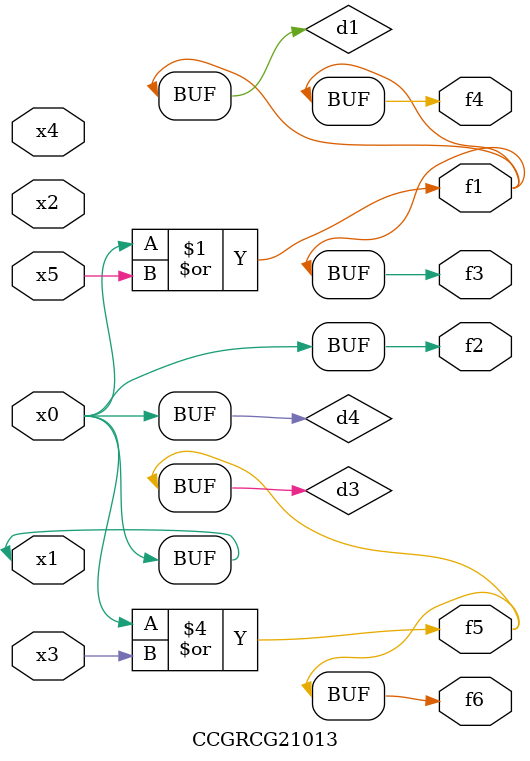
<source format=v>
module CCGRCG21013(
	input x0, x1, x2, x3, x4, x5,
	output f1, f2, f3, f4, f5, f6
);

	wire d1, d2, d3, d4;

	or (d1, x0, x5);
	xnor (d2, x1, x4);
	or (d3, x0, x3);
	buf (d4, x0, x1);
	assign f1 = d1;
	assign f2 = d4;
	assign f3 = d1;
	assign f4 = d1;
	assign f5 = d3;
	assign f6 = d3;
endmodule

</source>
